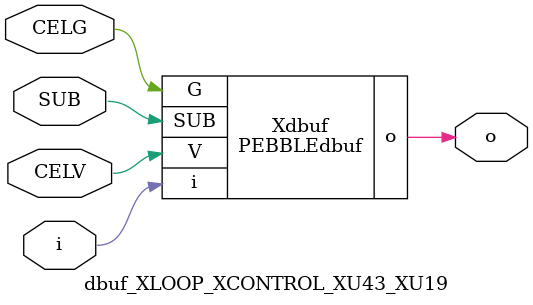
<source format=v>



module PEBBLEdbuf ( o, G, SUB, V, i );

  input V;
  input i;
  input G;
  output o;
  input SUB;
endmodule

//Celera Confidential Do Not Copy dbuf_XLOOP_XCONTROL_XU43_XU19
//Celera Confidential Symbol Generator
//Digital Buffer
module dbuf_XLOOP_XCONTROL_XU43_XU19 (CELV,CELG,i,o,SUB);
input CELV;
input CELG;
input i;
input SUB;
output o;

//Celera Confidential Do Not Copy dbuf
PEBBLEdbuf Xdbuf(
.V (CELV),
.i (i),
.o (o),
.SUB (SUB),
.G (CELG)
);
//,diesize,PEBBLEdbuf

//Celera Confidential Do Not Copy Module End
//Celera Schematic Generator
endmodule

</source>
